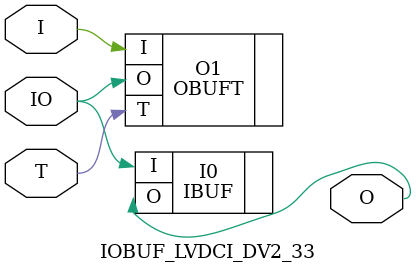
<source format=v>


`timescale  1 ps / 1 ps


module IOBUF_LVDCI_DV2_33 (O, IO, I, T);

    output O;

    inout  IO;

    input  I, T;

        OBUFT #(.IOSTANDARD("LVDCI_DV2_33") ) O1 (.O(IO), .I(I), .T(T)); 
	IBUF #(.IOSTANDARD("LVDCI_DV2_33"))  I0 (.O(O), .I(IO));
        

endmodule



</source>
